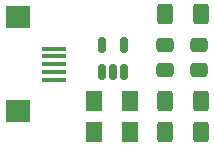
<source format=gbr>
%TF.GenerationSoftware,KiCad,Pcbnew,8.0.2*%
%TF.CreationDate,2025-07-12T13:28:42+07:00*%
%TF.ProjectId,Li-Ion Charger Controller,4c692d49-6f6e-4204-9368-617267657220,rev?*%
%TF.SameCoordinates,Original*%
%TF.FileFunction,Paste,Top*%
%TF.FilePolarity,Positive*%
%FSLAX46Y46*%
G04 Gerber Fmt 4.6, Leading zero omitted, Abs format (unit mm)*
G04 Created by KiCad (PCBNEW 8.0.2) date 2025-07-12 13:28:42*
%MOMM*%
%LPD*%
G01*
G04 APERTURE LIST*
G04 Aperture macros list*
%AMRoundRect*
0 Rectangle with rounded corners*
0 $1 Rounding radius*
0 $2 $3 $4 $5 $6 $7 $8 $9 X,Y pos of 4 corners*
0 Add a 4 corners polygon primitive as box body*
4,1,4,$2,$3,$4,$5,$6,$7,$8,$9,$2,$3,0*
0 Add four circle primitives for the rounded corners*
1,1,$1+$1,$2,$3*
1,1,$1+$1,$4,$5*
1,1,$1+$1,$6,$7*
1,1,$1+$1,$8,$9*
0 Add four rect primitives between the rounded corners*
20,1,$1+$1,$2,$3,$4,$5,0*
20,1,$1+$1,$4,$5,$6,$7,0*
20,1,$1+$1,$6,$7,$8,$9,0*
20,1,$1+$1,$8,$9,$2,$3,0*%
G04 Aperture macros list end*
%ADD10RoundRect,0.250000X-0.475000X0.337500X-0.475000X-0.337500X0.475000X-0.337500X0.475000X0.337500X0*%
%ADD11RoundRect,0.150000X0.150000X-0.512500X0.150000X0.512500X-0.150000X0.512500X-0.150000X-0.512500X0*%
%ADD12RoundRect,0.250001X0.462499X0.624999X-0.462499X0.624999X-0.462499X-0.624999X0.462499X-0.624999X0*%
%ADD13RoundRect,0.250000X-0.400000X-0.625000X0.400000X-0.625000X0.400000X0.625000X-0.400000X0.625000X0*%
%ADD14RoundRect,0.250000X0.475000X-0.337500X0.475000X0.337500X-0.475000X0.337500X-0.475000X-0.337500X0*%
%ADD15RoundRect,0.250001X-0.462499X-0.624999X0.462499X-0.624999X0.462499X0.624999X-0.462499X0.624999X0*%
%ADD16R,2.100000X1.900000*%
%ADD17R,2.000000X0.400000*%
G04 APERTURE END LIST*
D10*
%TO.C,C1*%
X157500000Y-90762500D03*
X157500000Y-92837500D03*
%TD*%
D11*
%TO.C,U1*%
X152150000Y-92975000D03*
X153100000Y-92975000D03*
X154050000Y-92975000D03*
X154050000Y-90700000D03*
X152150000Y-90700000D03*
%TD*%
D12*
%TO.C,D1*%
X154487500Y-98100000D03*
X151512500Y-98100000D03*
%TD*%
D13*
%TO.C,R1*%
X157450000Y-98110000D03*
X160550000Y-98110000D03*
%TD*%
D14*
%TO.C,C2*%
X160400000Y-92837500D03*
X160400000Y-90762500D03*
%TD*%
D13*
%TO.C,R3*%
X157450000Y-88100000D03*
X160550000Y-88100000D03*
%TD*%
D15*
%TO.C,D2*%
X151512500Y-95500000D03*
X154487500Y-95500000D03*
%TD*%
D13*
%TO.C,R2*%
X157450000Y-95500000D03*
X160550000Y-95500000D03*
%TD*%
D16*
%TO.C,J2*%
X144997500Y-88350000D03*
X144997500Y-96350000D03*
D17*
X148057500Y-91050000D03*
X148057500Y-91700000D03*
X148057500Y-92350000D03*
X148057500Y-93000000D03*
X148057500Y-93650000D03*
%TD*%
M02*

</source>
